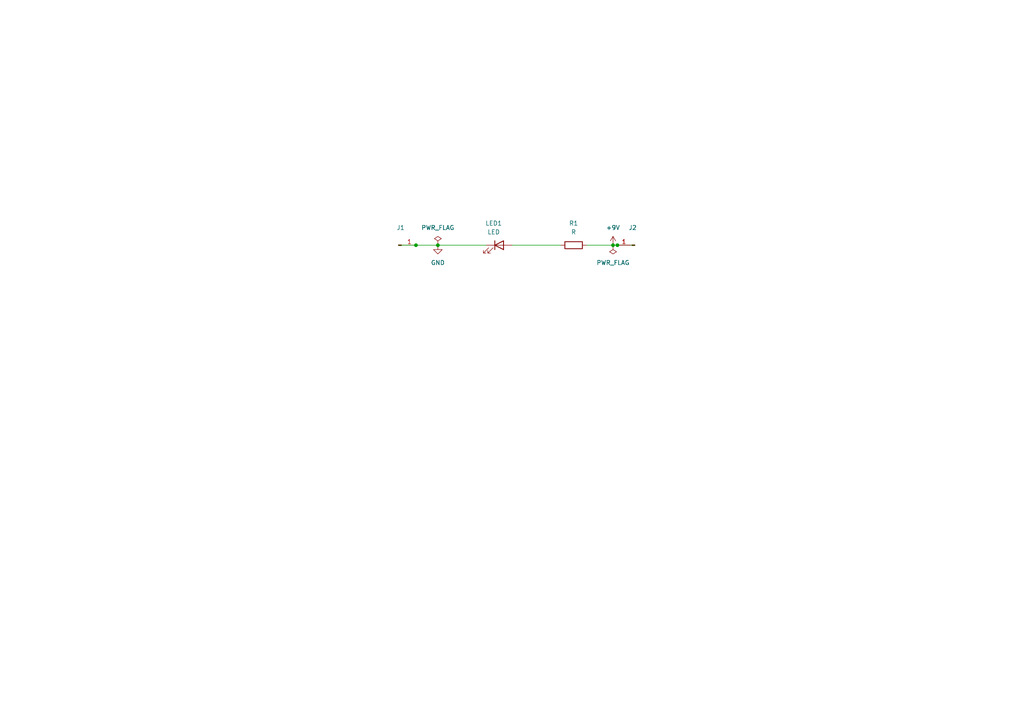
<source format=kicad_sch>
(kicad_sch
	(version 20231120)
	(generator "eeschema")
	(generator_version "8.0")
	(uuid "128aa5d7-8615-4263-912d-a5ddebec6b00")
	(paper "A4")
	(lib_symbols
		(symbol "Connector:Conn_01x01_Pin"
			(pin_names
				(offset 1.016) hide)
			(exclude_from_sim no)
			(in_bom yes)
			(on_board yes)
			(property "Reference" "J"
				(at 0 2.54 0)
				(effects
					(font
						(size 1.27 1.27)
					)
				)
			)
			(property "Value" "Conn_01x01_Pin"
				(at 0 -2.54 0)
				(effects
					(font
						(size 1.27 1.27)
					)
				)
			)
			(property "Footprint" ""
				(at 0 0 0)
				(effects
					(font
						(size 1.27 1.27)
					)
					(hide yes)
				)
			)
			(property "Datasheet" "~"
				(at 0 0 0)
				(effects
					(font
						(size 1.27 1.27)
					)
					(hide yes)
				)
			)
			(property "Description" "Generic connector, single row, 01x01, script generated"
				(at 0 0 0)
				(effects
					(font
						(size 1.27 1.27)
					)
					(hide yes)
				)
			)
			(property "ki_locked" ""
				(at 0 0 0)
				(effects
					(font
						(size 1.27 1.27)
					)
				)
			)
			(property "ki_keywords" "connector"
				(at 0 0 0)
				(effects
					(font
						(size 1.27 1.27)
					)
					(hide yes)
				)
			)
			(property "ki_fp_filters" "Connector*:*_1x??_*"
				(at 0 0 0)
				(effects
					(font
						(size 1.27 1.27)
					)
					(hide yes)
				)
			)
			(symbol "Conn_01x01_Pin_1_1"
				(polyline
					(pts
						(xy 1.27 0) (xy 0.8636 0)
					)
					(stroke
						(width 0.1524)
						(type default)
					)
					(fill
						(type none)
					)
				)
				(rectangle
					(start 0.8636 0.127)
					(end 0 -0.127)
					(stroke
						(width 0.1524)
						(type default)
					)
					(fill
						(type outline)
					)
				)
				(pin passive line
					(at 5.08 0 180)
					(length 3.81)
					(name "Pin_1"
						(effects
							(font
								(size 1.27 1.27)
							)
						)
					)
					(number "1"
						(effects
							(font
								(size 1.27 1.27)
							)
						)
					)
				)
			)
		)
		(symbol "Device:LED"
			(pin_numbers hide)
			(pin_names
				(offset 1.016) hide)
			(exclude_from_sim no)
			(in_bom yes)
			(on_board yes)
			(property "Reference" "D"
				(at 0 2.54 0)
				(effects
					(font
						(size 1.27 1.27)
					)
				)
			)
			(property "Value" "LED"
				(at 0 -2.54 0)
				(effects
					(font
						(size 1.27 1.27)
					)
				)
			)
			(property "Footprint" ""
				(at 0 0 0)
				(effects
					(font
						(size 1.27 1.27)
					)
					(hide yes)
				)
			)
			(property "Datasheet" "~"
				(at 0 0 0)
				(effects
					(font
						(size 1.27 1.27)
					)
					(hide yes)
				)
			)
			(property "Description" "Light emitting diode"
				(at 0 0 0)
				(effects
					(font
						(size 1.27 1.27)
					)
					(hide yes)
				)
			)
			(property "ki_keywords" "LED diode"
				(at 0 0 0)
				(effects
					(font
						(size 1.27 1.27)
					)
					(hide yes)
				)
			)
			(property "ki_fp_filters" "LED* LED_SMD:* LED_THT:*"
				(at 0 0 0)
				(effects
					(font
						(size 1.27 1.27)
					)
					(hide yes)
				)
			)
			(symbol "LED_0_1"
				(polyline
					(pts
						(xy -1.27 -1.27) (xy -1.27 1.27)
					)
					(stroke
						(width 0.254)
						(type default)
					)
					(fill
						(type none)
					)
				)
				(polyline
					(pts
						(xy -1.27 0) (xy 1.27 0)
					)
					(stroke
						(width 0)
						(type default)
					)
					(fill
						(type none)
					)
				)
				(polyline
					(pts
						(xy 1.27 -1.27) (xy 1.27 1.27) (xy -1.27 0) (xy 1.27 -1.27)
					)
					(stroke
						(width 0.254)
						(type default)
					)
					(fill
						(type none)
					)
				)
				(polyline
					(pts
						(xy -3.048 -0.762) (xy -4.572 -2.286) (xy -3.81 -2.286) (xy -4.572 -2.286) (xy -4.572 -1.524)
					)
					(stroke
						(width 0)
						(type default)
					)
					(fill
						(type none)
					)
				)
				(polyline
					(pts
						(xy -1.778 -0.762) (xy -3.302 -2.286) (xy -2.54 -2.286) (xy -3.302 -2.286) (xy -3.302 -1.524)
					)
					(stroke
						(width 0)
						(type default)
					)
					(fill
						(type none)
					)
				)
			)
			(symbol "LED_1_1"
				(pin passive line
					(at -3.81 0 0)
					(length 2.54)
					(name "K"
						(effects
							(font
								(size 1.27 1.27)
							)
						)
					)
					(number "1"
						(effects
							(font
								(size 1.27 1.27)
							)
						)
					)
				)
				(pin passive line
					(at 3.81 0 180)
					(length 2.54)
					(name "A"
						(effects
							(font
								(size 1.27 1.27)
							)
						)
					)
					(number "2"
						(effects
							(font
								(size 1.27 1.27)
							)
						)
					)
				)
			)
		)
		(symbol "Device:R"
			(pin_numbers hide)
			(pin_names
				(offset 0)
			)
			(exclude_from_sim no)
			(in_bom yes)
			(on_board yes)
			(property "Reference" "R"
				(at 2.032 0 90)
				(effects
					(font
						(size 1.27 1.27)
					)
				)
			)
			(property "Value" "R"
				(at 0 0 90)
				(effects
					(font
						(size 1.27 1.27)
					)
				)
			)
			(property "Footprint" ""
				(at -1.778 0 90)
				(effects
					(font
						(size 1.27 1.27)
					)
					(hide yes)
				)
			)
			(property "Datasheet" "~"
				(at 0 0 0)
				(effects
					(font
						(size 1.27 1.27)
					)
					(hide yes)
				)
			)
			(property "Description" "Resistor"
				(at 0 0 0)
				(effects
					(font
						(size 1.27 1.27)
					)
					(hide yes)
				)
			)
			(property "ki_keywords" "R res resistor"
				(at 0 0 0)
				(effects
					(font
						(size 1.27 1.27)
					)
					(hide yes)
				)
			)
			(property "ki_fp_filters" "R_*"
				(at 0 0 0)
				(effects
					(font
						(size 1.27 1.27)
					)
					(hide yes)
				)
			)
			(symbol "R_0_1"
				(rectangle
					(start -1.016 -2.54)
					(end 1.016 2.54)
					(stroke
						(width 0.254)
						(type default)
					)
					(fill
						(type none)
					)
				)
			)
			(symbol "R_1_1"
				(pin passive line
					(at 0 3.81 270)
					(length 1.27)
					(name "~"
						(effects
							(font
								(size 1.27 1.27)
							)
						)
					)
					(number "1"
						(effects
							(font
								(size 1.27 1.27)
							)
						)
					)
				)
				(pin passive line
					(at 0 -3.81 90)
					(length 1.27)
					(name "~"
						(effects
							(font
								(size 1.27 1.27)
							)
						)
					)
					(number "2"
						(effects
							(font
								(size 1.27 1.27)
							)
						)
					)
				)
			)
		)
		(symbol "power:+9V"
			(power)
			(pin_numbers hide)
			(pin_names
				(offset 0) hide)
			(exclude_from_sim no)
			(in_bom yes)
			(on_board yes)
			(property "Reference" "#PWR"
				(at 0 -3.81 0)
				(effects
					(font
						(size 1.27 1.27)
					)
					(hide yes)
				)
			)
			(property "Value" "+9V"
				(at 0 3.556 0)
				(effects
					(font
						(size 1.27 1.27)
					)
				)
			)
			(property "Footprint" ""
				(at 0 0 0)
				(effects
					(font
						(size 1.27 1.27)
					)
					(hide yes)
				)
			)
			(property "Datasheet" ""
				(at 0 0 0)
				(effects
					(font
						(size 1.27 1.27)
					)
					(hide yes)
				)
			)
			(property "Description" "Power symbol creates a global label with name \"+9V\""
				(at 0 0 0)
				(effects
					(font
						(size 1.27 1.27)
					)
					(hide yes)
				)
			)
			(property "ki_keywords" "global power"
				(at 0 0 0)
				(effects
					(font
						(size 1.27 1.27)
					)
					(hide yes)
				)
			)
			(symbol "+9V_0_1"
				(polyline
					(pts
						(xy -0.762 1.27) (xy 0 2.54)
					)
					(stroke
						(width 0)
						(type default)
					)
					(fill
						(type none)
					)
				)
				(polyline
					(pts
						(xy 0 0) (xy 0 2.54)
					)
					(stroke
						(width 0)
						(type default)
					)
					(fill
						(type none)
					)
				)
				(polyline
					(pts
						(xy 0 2.54) (xy 0.762 1.27)
					)
					(stroke
						(width 0)
						(type default)
					)
					(fill
						(type none)
					)
				)
			)
			(symbol "+9V_1_1"
				(pin power_in line
					(at 0 0 90)
					(length 0)
					(name "~"
						(effects
							(font
								(size 1.27 1.27)
							)
						)
					)
					(number "1"
						(effects
							(font
								(size 1.27 1.27)
							)
						)
					)
				)
			)
		)
		(symbol "power:GND"
			(power)
			(pin_numbers hide)
			(pin_names
				(offset 0) hide)
			(exclude_from_sim no)
			(in_bom yes)
			(on_board yes)
			(property "Reference" "#PWR"
				(at 0 -6.35 0)
				(effects
					(font
						(size 1.27 1.27)
					)
					(hide yes)
				)
			)
			(property "Value" "GND"
				(at 0 -3.81 0)
				(effects
					(font
						(size 1.27 1.27)
					)
				)
			)
			(property "Footprint" ""
				(at 0 0 0)
				(effects
					(font
						(size 1.27 1.27)
					)
					(hide yes)
				)
			)
			(property "Datasheet" ""
				(at 0 0 0)
				(effects
					(font
						(size 1.27 1.27)
					)
					(hide yes)
				)
			)
			(property "Description" "Power symbol creates a global label with name \"GND\" , ground"
				(at 0 0 0)
				(effects
					(font
						(size 1.27 1.27)
					)
					(hide yes)
				)
			)
			(property "ki_keywords" "global power"
				(at 0 0 0)
				(effects
					(font
						(size 1.27 1.27)
					)
					(hide yes)
				)
			)
			(symbol "GND_0_1"
				(polyline
					(pts
						(xy 0 0) (xy 0 -1.27) (xy 1.27 -1.27) (xy 0 -2.54) (xy -1.27 -1.27) (xy 0 -1.27)
					)
					(stroke
						(width 0)
						(type default)
					)
					(fill
						(type none)
					)
				)
			)
			(symbol "GND_1_1"
				(pin power_in line
					(at 0 0 270)
					(length 0)
					(name "~"
						(effects
							(font
								(size 1.27 1.27)
							)
						)
					)
					(number "1"
						(effects
							(font
								(size 1.27 1.27)
							)
						)
					)
				)
			)
		)
		(symbol "power:PWR_FLAG"
			(power)
			(pin_numbers hide)
			(pin_names
				(offset 0) hide)
			(exclude_from_sim no)
			(in_bom yes)
			(on_board yes)
			(property "Reference" "#FLG"
				(at 0 1.905 0)
				(effects
					(font
						(size 1.27 1.27)
					)
					(hide yes)
				)
			)
			(property "Value" "PWR_FLAG"
				(at 0 3.81 0)
				(effects
					(font
						(size 1.27 1.27)
					)
				)
			)
			(property "Footprint" ""
				(at 0 0 0)
				(effects
					(font
						(size 1.27 1.27)
					)
					(hide yes)
				)
			)
			(property "Datasheet" "~"
				(at 0 0 0)
				(effects
					(font
						(size 1.27 1.27)
					)
					(hide yes)
				)
			)
			(property "Description" "Special symbol for telling ERC where power comes from"
				(at 0 0 0)
				(effects
					(font
						(size 1.27 1.27)
					)
					(hide yes)
				)
			)
			(property "ki_keywords" "flag power"
				(at 0 0 0)
				(effects
					(font
						(size 1.27 1.27)
					)
					(hide yes)
				)
			)
			(symbol "PWR_FLAG_0_0"
				(pin power_out line
					(at 0 0 90)
					(length 0)
					(name "~"
						(effects
							(font
								(size 1.27 1.27)
							)
						)
					)
					(number "1"
						(effects
							(font
								(size 1.27 1.27)
							)
						)
					)
				)
			)
			(symbol "PWR_FLAG_0_1"
				(polyline
					(pts
						(xy 0 0) (xy 0 1.27) (xy -1.016 1.905) (xy 0 2.54) (xy 1.016 1.905) (xy 0 1.27)
					)
					(stroke
						(width 0)
						(type default)
					)
					(fill
						(type none)
					)
				)
			)
		)
	)
	(junction
		(at 179.07 71.12)
		(diameter 0)
		(color 0 0 0 0)
		(uuid "15642bc9-06c8-42f9-b818-1f8e025064d7")
	)
	(junction
		(at 127 71.12)
		(diameter 0)
		(color 0 0 0 0)
		(uuid "408d454f-2bc5-4af4-a618-af2406c32cba")
	)
	(junction
		(at 120.65 71.12)
		(diameter 0)
		(color 0 0 0 0)
		(uuid "56cf746d-cfe6-4ffc-aad2-794dd5d84888")
	)
	(junction
		(at 177.8 71.12)
		(diameter 0)
		(color 0 0 0 0)
		(uuid "590dfee2-7ce6-469a-a0c9-d0baa8a38a25")
	)
	(wire
		(pts
			(xy 120.65 71.12) (xy 127 71.12)
		)
		(stroke
			(width 0)
			(type default)
		)
		(uuid "0ac9e4c4-85a3-4dfc-b07f-c5906fd4cf55")
	)
	(wire
		(pts
			(xy 170.18 71.12) (xy 177.8 71.12)
		)
		(stroke
			(width 0)
			(type default)
		)
		(uuid "1a54cc5b-484c-414b-bcde-f0cf2f6e2d2f")
	)
	(wire
		(pts
			(xy 179.07 71.12) (xy 184.15 71.12)
		)
		(stroke
			(width 0)
			(type default)
		)
		(uuid "70cc3efb-330b-499a-9145-8a86c1f4dba0")
	)
	(wire
		(pts
			(xy 127 71.12) (xy 140.97 71.12)
		)
		(stroke
			(width 0)
			(type default)
		)
		(uuid "83f6f0f9-81b2-4421-ac60-8dc1b801c8ba")
	)
	(wire
		(pts
			(xy 148.59 71.12) (xy 162.56 71.12)
		)
		(stroke
			(width 0)
			(type default)
		)
		(uuid "d8dab8ab-5043-4568-9a80-4421d2bce001")
	)
	(wire
		(pts
			(xy 115.57 71.12) (xy 120.65 71.12)
		)
		(stroke
			(width 0)
			(type default)
		)
		(uuid "e44c7da6-aff3-4541-9057-be358161bdd6")
	)
	(wire
		(pts
			(xy 177.8 71.12) (xy 179.07 71.12)
		)
		(stroke
			(width 0)
			(type default)
		)
		(uuid "fe8579e1-41e3-4984-a8d3-06a214a885c7")
	)
	(symbol
		(lib_id "Connector:Conn_01x01_Pin")
		(at 184.15 71.12 0)
		(mirror y)
		(unit 1)
		(exclude_from_sim no)
		(in_bom yes)
		(on_board yes)
		(dnp no)
		(uuid "453496cb-b5a0-404a-85c7-d72c7af661fa")
		(property "Reference" "J2"
			(at 183.515 66.04 0)
			(effects
				(font
					(size 1.27 1.27)
				)
			)
		)
		(property "Value" "Conn_01x01_Pin"
			(at 183.515 68.58 0)
			(effects
				(font
					(size 1.27 1.27)
				)
				(hide yes)
			)
		)
		(property "Footprint" "Connector_PinHeader_1.00mm:PinHeader_1x01_P1.00mm_Vertical"
			(at 184.15 71.12 0)
			(effects
				(font
					(size 1.27 1.27)
				)
				(hide yes)
			)
		)
		(property "Datasheet" "~"
			(at 184.15 71.12 0)
			(effects
				(font
					(size 1.27 1.27)
				)
				(hide yes)
			)
		)
		(property "Description" "Generic connector, single row, 01x01, script generated"
			(at 184.15 71.12 0)
			(effects
				(font
					(size 1.27 1.27)
				)
				(hide yes)
			)
		)
		(pin "1"
			(uuid "5869ef49-62c3-4507-87f4-da061ab19888")
		)
		(instances
			(project "4sept24 LED N RESISTOR SMD"
				(path "/128aa5d7-8615-4263-912d-a5ddebec6b00"
					(reference "J2")
					(unit 1)
				)
			)
		)
	)
	(symbol
		(lib_id "power:+9V")
		(at 177.8 71.12 0)
		(unit 1)
		(exclude_from_sim no)
		(in_bom yes)
		(on_board yes)
		(dnp no)
		(fields_autoplaced yes)
		(uuid "6bb96b76-e1d6-4b7d-9e06-8c48ffdd0266")
		(property "Reference" "#PWR02"
			(at 177.8 74.93 0)
			(effects
				(font
					(size 1.27 1.27)
				)
				(hide yes)
			)
		)
		(property "Value" "+9V"
			(at 177.8 66.04 0)
			(effects
				(font
					(size 1.27 1.27)
				)
			)
		)
		(property "Footprint" ""
			(at 177.8 71.12 0)
			(effects
				(font
					(size 1.27 1.27)
				)
			)
		)
		(property "Datasheet" ""
			(at 177.8 71.12 0)
			(effects
				(font
					(size 1.27 1.27)
				)
				(hide yes)
			)
		)
		(property "Description" "Power symbol creates a global label with name \"+9V\""
			(at 177.8 71.12 0)
			(effects
				(font
					(size 1.27 1.27)
				)
				(hide yes)
			)
		)
		(pin "1"
			(uuid "eadadcf9-eb7c-428f-a1ca-2b45d6d1e5b9")
		)
		(instances
			(project "4sept24 LED N RESISTOR SMD"
				(path "/128aa5d7-8615-4263-912d-a5ddebec6b00"
					(reference "#PWR02")
					(unit 1)
				)
			)
		)
	)
	(symbol
		(lib_id "Device:LED")
		(at 144.78 71.12 0)
		(unit 1)
		(exclude_from_sim no)
		(in_bom yes)
		(on_board yes)
		(dnp no)
		(fields_autoplaced yes)
		(uuid "6be1bdc0-9120-44c2-b62f-8a4f52fb292d")
		(property "Reference" "LED1"
			(at 143.1925 64.77 0)
			(effects
				(font
					(size 1.27 1.27)
				)
			)
		)
		(property "Value" "LED"
			(at 143.1925 67.31 0)
			(effects
				(font
					(size 1.27 1.27)
				)
			)
		)
		(property "Footprint" "LED_SMD:LED_0603_1608Metric"
			(at 144.78 71.12 0)
			(effects
				(font
					(size 1.27 1.27)
				)
				(hide yes)
			)
		)
		(property "Datasheet" "~"
			(at 144.78 71.12 0)
			(effects
				(font
					(size 1.27 1.27)
				)
				(hide yes)
			)
		)
		(property "Description" "Light emitting diode"
			(at 144.78 71.12 0)
			(effects
				(font
					(size 1.27 1.27)
				)
				(hide yes)
			)
		)
		(pin "2"
			(uuid "d5df5649-0d9a-4089-aa69-3feecbc307dd")
		)
		(pin "1"
			(uuid "5364835d-5bcf-4dd1-89f7-d3bbba05c730")
		)
		(instances
			(project "4sept24 LED N RESISTOR SMD"
				(path "/128aa5d7-8615-4263-912d-a5ddebec6b00"
					(reference "LED1")
					(unit 1)
				)
			)
		)
	)
	(symbol
		(lib_id "Connector:Conn_01x01_Pin")
		(at 115.57 71.12 0)
		(unit 1)
		(exclude_from_sim no)
		(in_bom yes)
		(on_board yes)
		(dnp no)
		(uuid "856c72f9-f5f9-4960-8140-b50d40762ecb")
		(property "Reference" "J1"
			(at 116.205 66.04 0)
			(effects
				(font
					(size 1.27 1.27)
				)
			)
		)
		(property "Value" "Conn_01x01_Pin"
			(at 116.205 68.58 0)
			(effects
				(font
					(size 1.27 1.27)
				)
				(hide yes)
			)
		)
		(property "Footprint" "Connector_PinHeader_1.00mm:PinHeader_1x01_P1.00mm_Vertical"
			(at 115.57 71.12 0)
			(effects
				(font
					(size 1.27 1.27)
				)
				(hide yes)
			)
		)
		(property "Datasheet" "~"
			(at 115.57 71.12 0)
			(effects
				(font
					(size 1.27 1.27)
				)
				(hide yes)
			)
		)
		(property "Description" "Generic connector, single row, 01x01, script generated"
			(at 115.57 71.12 0)
			(effects
				(font
					(size 1.27 1.27)
				)
				(hide yes)
			)
		)
		(pin "1"
			(uuid "2e1744db-ab5f-494b-82a3-55c4ee8a87de")
		)
		(instances
			(project "4sept24 LED N RESISTOR SMD"
				(path "/128aa5d7-8615-4263-912d-a5ddebec6b00"
					(reference "J1")
					(unit 1)
				)
			)
		)
	)
	(symbol
		(lib_id "Device:R")
		(at 166.37 71.12 90)
		(mirror x)
		(unit 1)
		(exclude_from_sim no)
		(in_bom yes)
		(on_board yes)
		(dnp no)
		(uuid "860e5344-a978-45d8-bb06-7ba85bb68cc4")
		(property "Reference" "R1"
			(at 166.37 64.77 90)
			(effects
				(font
					(size 1.27 1.27)
				)
			)
		)
		(property "Value" "R"
			(at 166.37 67.31 90)
			(effects
				(font
					(size 1.27 1.27)
				)
			)
		)
		(property "Footprint" "Resistor_SMD:R_0603_1608Metric"
			(at 166.37 69.342 90)
			(effects
				(font
					(size 1.27 1.27)
				)
				(hide yes)
			)
		)
		(property "Datasheet" "~"
			(at 166.37 71.12 0)
			(effects
				(font
					(size 1.27 1.27)
				)
				(hide yes)
			)
		)
		(property "Description" "Resistor"
			(at 166.37 71.12 0)
			(effects
				(font
					(size 1.27 1.27)
				)
				(hide yes)
			)
		)
		(pin "2"
			(uuid "6ec5bd99-9b1d-4a12-94a6-b3938b73ba3c")
		)
		(pin "1"
			(uuid "c28e30fd-7c16-41ff-b79f-faded3b69b4b")
		)
		(instances
			(project "4sept24 LED N RESISTOR SMD"
				(path "/128aa5d7-8615-4263-912d-a5ddebec6b00"
					(reference "R1")
					(unit 1)
				)
			)
		)
	)
	(symbol
		(lib_id "power:PWR_FLAG")
		(at 127 71.12 0)
		(unit 1)
		(exclude_from_sim no)
		(in_bom yes)
		(on_board yes)
		(dnp no)
		(fields_autoplaced yes)
		(uuid "97b528ea-9640-45e9-8dd1-b7c2850ee714")
		(property "Reference" "#FLG01"
			(at 127 69.215 0)
			(effects
				(font
					(size 1.27 1.27)
				)
				(hide yes)
			)
		)
		(property "Value" "PWR_FLAG"
			(at 127 66.04 0)
			(effects
				(font
					(size 1.27 1.27)
				)
			)
		)
		(property "Footprint" ""
			(at 127 71.12 0)
			(effects
				(font
					(size 1.27 1.27)
				)
				(hide yes)
			)
		)
		(property "Datasheet" "~"
			(at 127 71.12 0)
			(effects
				(font
					(size 1.27 1.27)
				)
				(hide yes)
			)
		)
		(property "Description" "Special symbol for telling ERC where power comes from"
			(at 127 71.12 0)
			(effects
				(font
					(size 1.27 1.27)
				)
				(hide yes)
			)
		)
		(pin "1"
			(uuid "98a60473-4ab8-4eed-bb63-64288b7c44f2")
		)
		(instances
			(project "4sept24 LED N RESISTOR SMD"
				(path "/128aa5d7-8615-4263-912d-a5ddebec6b00"
					(reference "#FLG01")
					(unit 1)
				)
			)
		)
	)
	(symbol
		(lib_id "power:GND")
		(at 127 71.12 0)
		(unit 1)
		(exclude_from_sim no)
		(in_bom yes)
		(on_board yes)
		(dnp no)
		(fields_autoplaced yes)
		(uuid "b3b7fb38-8c57-4319-b007-9a0faa89d6e8")
		(property "Reference" "#PWR01"
			(at 127 77.47 0)
			(effects
				(font
					(size 1.27 1.27)
				)
				(hide yes)
			)
		)
		(property "Value" "GND"
			(at 127 76.2 0)
			(effects
				(font
					(size 1.27 1.27)
				)
			)
		)
		(property "Footprint" ""
			(at 127 71.12 0)
			(effects
				(font
					(size 1.27 1.27)
				)
			)
		)
		(property "Datasheet" ""
			(at 127 71.12 0)
			(effects
				(font
					(size 1.27 1.27)
				)
				(hide yes)
			)
		)
		(property "Description" "Power symbol creates a global label with name \"GND\" , ground"
			(at 127 71.12 0)
			(effects
				(font
					(size 1.27 1.27)
				)
				(hide yes)
			)
		)
		(pin "1"
			(uuid "0b731a48-96a3-44b3-95d3-1297df19c6ef")
		)
		(instances
			(project "4sept24 LED N RESISTOR SMD"
				(path "/128aa5d7-8615-4263-912d-a5ddebec6b00"
					(reference "#PWR01")
					(unit 1)
				)
			)
		)
	)
	(symbol
		(lib_id "power:PWR_FLAG")
		(at 177.8 71.12 0)
		(mirror x)
		(unit 1)
		(exclude_from_sim no)
		(in_bom yes)
		(on_board yes)
		(dnp no)
		(uuid "bc57d712-8efc-43cd-87f9-3558b6d48fa5")
		(property "Reference" "#FLG02"
			(at 177.8 73.025 0)
			(effects
				(font
					(size 1.27 1.27)
				)
				(hide yes)
			)
		)
		(property "Value" "PWR_FLAG"
			(at 177.8 76.2 0)
			(effects
				(font
					(size 1.27 1.27)
				)
			)
		)
		(property "Footprint" ""
			(at 177.8 71.12 0)
			(effects
				(font
					(size 1.27 1.27)
				)
				(hide yes)
			)
		)
		(property "Datasheet" "~"
			(at 177.8 71.12 0)
			(effects
				(font
					(size 1.27 1.27)
				)
				(hide yes)
			)
		)
		(property "Description" "Special symbol for telling ERC where power comes from"
			(at 177.8 71.12 0)
			(effects
				(font
					(size 1.27 1.27)
				)
				(hide yes)
			)
		)
		(pin "1"
			(uuid "8239a8a5-87fc-4706-a662-5c433891f87e")
		)
		(instances
			(project "4sept24 LED N RESISTOR SMD"
				(path "/128aa5d7-8615-4263-912d-a5ddebec6b00"
					(reference "#FLG02")
					(unit 1)
				)
			)
		)
	)
	(sheet_instances
		(path "/"
			(page "1")
		)
	)
)

</source>
